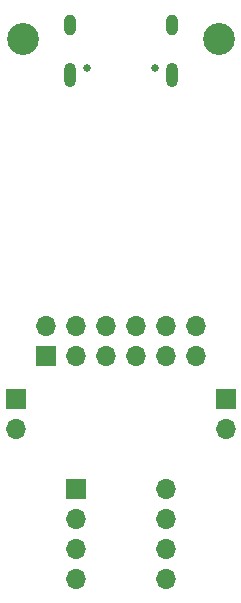
<source format=gbs>
%TF.GenerationSoftware,KiCad,Pcbnew,8.0.8*%
%TF.CreationDate,2025-02-23T10:22:01-05:00*%
%TF.ProjectId,attinyx12_dev,61747469-6e79-4783-9132-5f6465762e6b,rev?*%
%TF.SameCoordinates,Original*%
%TF.FileFunction,Soldermask,Bot*%
%TF.FilePolarity,Negative*%
%FSLAX46Y46*%
G04 Gerber Fmt 4.6, Leading zero omitted, Abs format (unit mm)*
G04 Created by KiCad (PCBNEW 8.0.8) date 2025-02-23 10:22:01*
%MOMM*%
%LPD*%
G01*
G04 APERTURE LIST*
%ADD10C,2.700000*%
%ADD11R,1.700000X1.700000*%
%ADD12O,1.700000X1.700000*%
%ADD13C,0.650000*%
%ADD14O,1.000000X2.100000*%
%ADD15O,1.000000X1.800000*%
G04 APERTURE END LIST*
D10*
%TO.C,H2*%
X20600000Y-4000000D03*
%TD*%
D11*
%TO.C,J4*%
X5955000Y-30875000D03*
D12*
X5955000Y-28335000D03*
X8495000Y-30875000D03*
X8495000Y-28335000D03*
X11035000Y-30875000D03*
X11035000Y-28335000D03*
X13575000Y-30875000D03*
X13575000Y-28335000D03*
X16115000Y-30875000D03*
X16115000Y-28335000D03*
X18655000Y-30875000D03*
X18655000Y-28335000D03*
%TD*%
D13*
%TO.C,J1*%
X15190000Y-6505000D03*
X9410000Y-6505000D03*
D14*
X16620000Y-7025000D03*
D15*
X16620000Y-2825000D03*
D14*
X7980000Y-7025000D03*
D15*
X7980000Y-2825000D03*
%TD*%
D10*
%TO.C,H1*%
X4000000Y-4000000D03*
%TD*%
D11*
%TO.C,J6*%
X21190000Y-34460000D03*
D12*
X21190000Y-37000000D03*
%TD*%
D11*
%TO.C,J5*%
X3410000Y-34460000D03*
D12*
X3410000Y-37000000D03*
%TD*%
D11*
%TO.C,J2*%
X8490000Y-42080000D03*
D12*
X8490000Y-44620000D03*
X8490000Y-47160000D03*
X8490000Y-49700000D03*
%TD*%
%TO.C,J3*%
X16110000Y-42080000D03*
X16110000Y-44620000D03*
X16110000Y-47160000D03*
X16110000Y-49700000D03*
%TD*%
M02*

</source>
